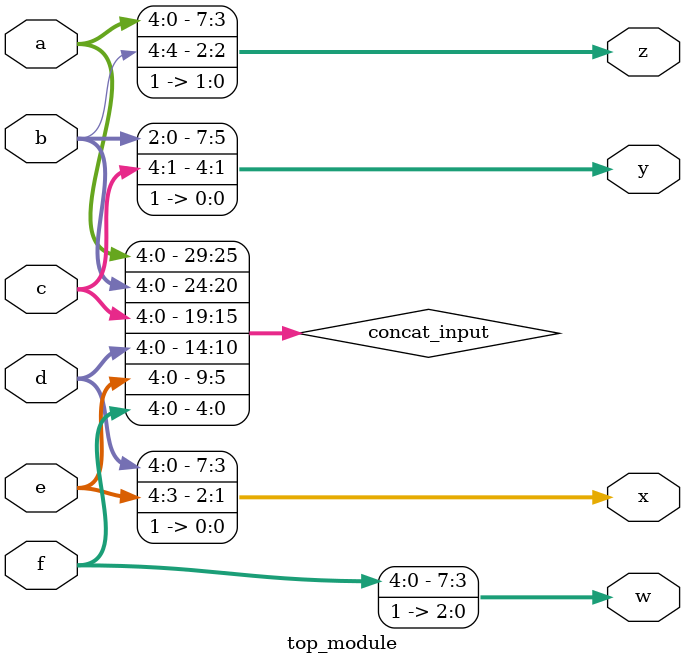
<source format=sv>
module top_module (
    input [4:0] a,
    input [4:0] b,
    input [4:0] c,
    input [4:0] d,
    input [4:0] e,
    input [4:0] f,
    output [7:0] w,
    output [7:0] x,
    output [7:0] y,
    output [7:0] z
);

wire [29:0] concat_input;
assign concat_input = {a, b, c, d, e, f};

assign w = {concat_input[4:0], 3'b111};
assign x = {concat_input[14:8], 1'b1};
assign y = {concat_input[22:16], 1'b1};
assign z = {concat_input[29:24], 2'b11};

endmodule

</source>
